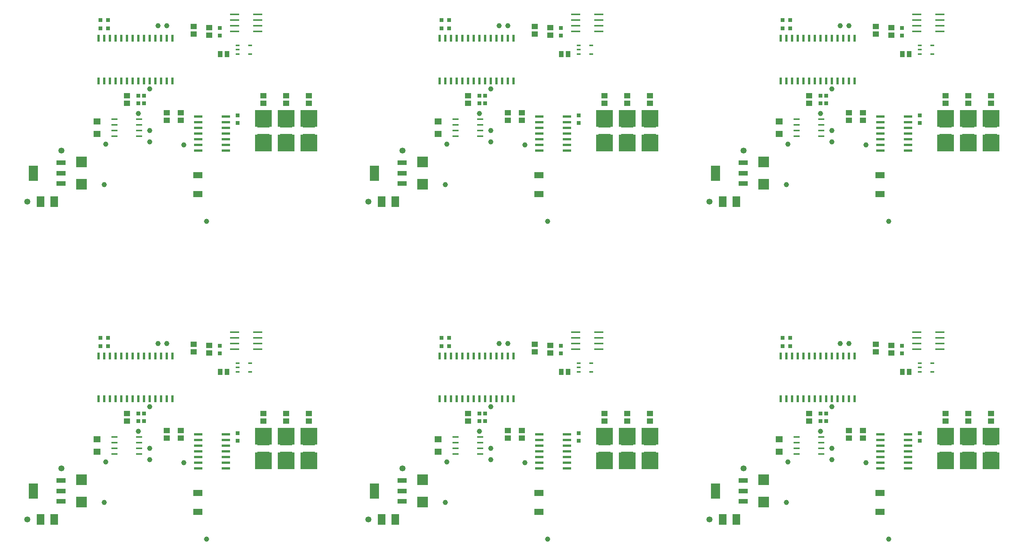
<source format=gbr>
%FSLAX23Y23*%
%MOIN*%
G04 EasyPC Gerber Version 14.0.2 Build 2922 *
%ADD94R,0.01959X0.06093*%
%ADD78R,0.03731X0.03337*%
%ADD90R,0.04000X0.05700*%
%ADD93R,0.03731X0.01762*%
%ADD85R,0.05306X0.01762*%
%ADD83R,0.08061X0.01762*%
%ADD84R,0.07400X0.02000*%
%ADD77R,0.03337X0.03731*%
%ADD86R,0.08200X0.04200*%
%ADD89R,0.05306X0.04518*%
%ADD79R,0.07077X0.09243*%
%ADD80R,0.06487X0.05699*%
%ADD82R,0.07983X0.05778*%
%ADD81R,0.09243X0.09439*%
%ADD88R,0.15148X0.15148*%
%ADD22C,0.00100*%
%ADD91C,0.04518*%
%ADD92C,0.05306*%
%ADD87R,0.08061X0.13573*%
X0Y0D02*
D02*
D22*
X2228Y1111D02*
X2330D01*
Y1170*
X2228*
Y1111*
G36*
X2330*
Y1170*
X2228*
Y1111*
G37*
Y1230D02*
X2330D01*
Y1289*
X2228*
Y1230*
G36*
X2330*
Y1289*
X2228*
Y1230*
G37*
Y3911D02*
X2330D01*
Y3970*
X2228*
Y3911*
G36*
X2330*
Y3970*
X2228*
Y3911*
G37*
Y4030D02*
X2330D01*
Y4089*
X2228*
Y4030*
G36*
X2330*
Y4089*
X2228*
Y4030*
G37*
X2428Y1111D02*
X2530D01*
Y1170*
X2428*
Y1111*
G36*
X2530*
Y1170*
X2428*
Y1111*
G37*
Y1230D02*
X2530D01*
Y1289*
X2428*
Y1230*
G36*
X2530*
Y1289*
X2428*
Y1230*
G37*
Y3911D02*
X2530D01*
Y3970*
X2428*
Y3911*
G36*
X2530*
Y3970*
X2428*
Y3911*
G37*
Y4030D02*
X2530D01*
Y4089*
X2428*
Y4030*
G36*
X2530*
Y4089*
X2428*
Y4030*
G37*
X2628Y1111D02*
X2730D01*
Y1170*
X2628*
Y1111*
G36*
X2730*
Y1170*
X2628*
Y1111*
G37*
Y1230D02*
X2730D01*
Y1289*
X2628*
Y1230*
G36*
X2730*
Y1289*
X2628*
Y1230*
G37*
Y3911D02*
X2730D01*
Y3970*
X2628*
Y3911*
G36*
X2730*
Y3970*
X2628*
Y3911*
G37*
Y4030D02*
X2730D01*
Y4089*
X2628*
Y4030*
G36*
X2730*
Y4089*
X2628*
Y4030*
G37*
X5228Y1111D02*
X5330D01*
Y1170*
X5228*
Y1111*
G36*
X5330*
Y1170*
X5228*
Y1111*
G37*
Y1230D02*
X5330D01*
Y1289*
X5228*
Y1230*
G36*
X5330*
Y1289*
X5228*
Y1230*
G37*
Y3911D02*
X5330D01*
Y3970*
X5228*
Y3911*
G36*
X5330*
Y3970*
X5228*
Y3911*
G37*
Y4030D02*
X5330D01*
Y4089*
X5228*
Y4030*
G36*
X5330*
Y4089*
X5228*
Y4030*
G37*
X5428Y1111D02*
X5530D01*
Y1170*
X5428*
Y1111*
G36*
X5530*
Y1170*
X5428*
Y1111*
G37*
Y1230D02*
X5530D01*
Y1289*
X5428*
Y1230*
G36*
X5530*
Y1289*
X5428*
Y1230*
G37*
Y3911D02*
X5530D01*
Y3970*
X5428*
Y3911*
G36*
X5530*
Y3970*
X5428*
Y3911*
G37*
Y4030D02*
X5530D01*
Y4089*
X5428*
Y4030*
G36*
X5530*
Y4089*
X5428*
Y4030*
G37*
X5628Y1111D02*
X5730D01*
Y1170*
X5628*
Y1111*
G36*
X5730*
Y1170*
X5628*
Y1111*
G37*
Y1230D02*
X5730D01*
Y1289*
X5628*
Y1230*
G36*
X5730*
Y1289*
X5628*
Y1230*
G37*
Y3911D02*
X5730D01*
Y3970*
X5628*
Y3911*
G36*
X5730*
Y3970*
X5628*
Y3911*
G37*
Y4030D02*
X5730D01*
Y4089*
X5628*
Y4030*
G36*
X5730*
Y4089*
X5628*
Y4030*
G37*
X8228Y1111D02*
X8330D01*
Y1170*
X8228*
Y1111*
G36*
X8330*
Y1170*
X8228*
Y1111*
G37*
Y1230D02*
X8330D01*
Y1289*
X8228*
Y1230*
G36*
X8330*
Y1289*
X8228*
Y1230*
G37*
Y3911D02*
X8330D01*
Y3970*
X8228*
Y3911*
G36*
X8330*
Y3970*
X8228*
Y3911*
G37*
Y4030D02*
X8330D01*
Y4089*
X8228*
Y4030*
G36*
X8330*
Y4089*
X8228*
Y4030*
G37*
X8428Y1111D02*
X8530D01*
Y1170*
X8428*
Y1111*
G36*
X8530*
Y1170*
X8428*
Y1111*
G37*
Y1230D02*
X8530D01*
Y1289*
X8428*
Y1230*
G36*
X8530*
Y1289*
X8428*
Y1230*
G37*
Y3911D02*
X8530D01*
Y3970*
X8428*
Y3911*
G36*
X8530*
Y3970*
X8428*
Y3911*
G37*
Y4030D02*
X8530D01*
Y4089*
X8428*
Y4030*
G36*
X8530*
Y4089*
X8428*
Y4030*
G37*
X8628Y1111D02*
X8730D01*
Y1170*
X8628*
Y1111*
G36*
X8730*
Y1170*
X8628*
Y1111*
G37*
Y1230D02*
X8730D01*
Y1289*
X8628*
Y1230*
G36*
X8730*
Y1289*
X8628*
Y1230*
G37*
Y3911D02*
X8730D01*
Y3970*
X8628*
Y3911*
G36*
X8730*
Y3970*
X8628*
Y3911*
G37*
Y4030D02*
X8730D01*
Y4089*
X8628*
Y4030*
G36*
X8730*
Y4089*
X8628*
Y4030*
G37*
D02*
D77*
X1179Y1442D03*
Y1508D03*
Y4242D03*
Y4308D03*
X1229Y1442D03*
Y1508D03*
Y4242D03*
Y4308D03*
X1895Y2037D03*
Y2104D03*
Y4837D03*
Y4904D03*
X2054Y1267D03*
Y1333D03*
Y4067D03*
Y4133D03*
X4179Y1442D03*
Y1508D03*
Y4242D03*
Y4308D03*
X4229Y1442D03*
Y1508D03*
Y4242D03*
Y4308D03*
X4895Y2037D03*
Y2104D03*
Y4837D03*
Y4904D03*
X5054Y1267D03*
Y1333D03*
Y4067D03*
Y4133D03*
X7179Y1442D03*
Y1508D03*
Y4242D03*
Y4308D03*
X7229Y1442D03*
Y1508D03*
Y4242D03*
Y4308D03*
X7895Y2037D03*
Y2104D03*
Y4837D03*
Y4904D03*
X8054Y1267D03*
Y1333D03*
Y4067D03*
Y4133D03*
D02*
D78*
X845Y2100D03*
Y2175D03*
Y4900D03*
Y4975D03*
X912Y2100D03*
Y2175D03*
Y4900D03*
Y4975D03*
X3845Y2100D03*
Y2175D03*
Y4900D03*
Y4975D03*
X3912Y2100D03*
Y2175D03*
Y4900D03*
Y4975D03*
X6845Y2100D03*
Y2175D03*
Y4900D03*
Y4975D03*
X6912Y2100D03*
Y2175D03*
Y4900D03*
Y4975D03*
D02*
D79*
X319Y575D03*
Y3375D03*
X439Y575D03*
Y3375D03*
X3319Y575D03*
Y3375D03*
X3439Y575D03*
Y3375D03*
X6319Y575D03*
Y3375D03*
X6439Y575D03*
Y3375D03*
D02*
D80*
X816Y1170D03*
Y1280D03*
Y3970D03*
Y4080D03*
X3816Y1170D03*
Y1280D03*
Y3970D03*
Y4080D03*
X6816Y1170D03*
Y1280D03*
Y3970D03*
Y4080D03*
D02*
D81*
X679Y726D03*
Y924D03*
Y3526D03*
Y3724D03*
X3679Y726D03*
Y924D03*
Y3526D03*
Y3724D03*
X6679Y726D03*
Y924D03*
Y3526D03*
Y3724D03*
D02*
D82*
X1704Y642D03*
Y808D03*
Y3442D03*
Y3608D03*
X4704Y642D03*
Y808D03*
Y3442D03*
Y3608D03*
X7704Y642D03*
Y808D03*
Y3442D03*
Y3608D03*
D02*
D83*
X2026Y2075D03*
Y2125D03*
Y2175D03*
Y2225D03*
Y4875D03*
Y4925D03*
Y4975D03*
Y5025D03*
X2231Y2075D03*
Y2125D03*
Y2175D03*
Y2225D03*
Y4875D03*
Y4925D03*
Y4975D03*
Y5025D03*
X5026Y2075D03*
Y2125D03*
Y2175D03*
Y2225D03*
Y4875D03*
Y4925D03*
Y4975D03*
Y5025D03*
X5231Y2075D03*
Y2125D03*
Y2175D03*
Y2225D03*
Y4875D03*
Y4925D03*
Y4975D03*
Y5025D03*
X8026Y2075D03*
Y2125D03*
Y2175D03*
Y2225D03*
Y4875D03*
Y4925D03*
Y4975D03*
Y5025D03*
X8231Y2075D03*
Y2125D03*
Y2175D03*
Y2225D03*
Y4875D03*
Y4925D03*
Y4975D03*
Y5025D03*
D02*
D84*
X1708Y1025D03*
Y1075D03*
Y1125D03*
Y1175D03*
Y1225D03*
Y1275D03*
Y1325D03*
Y3825D03*
Y3875D03*
Y3925D03*
Y3975D03*
Y4025D03*
Y4075D03*
Y4125D03*
X1950Y1025D03*
Y1075D03*
Y1125D03*
Y1175D03*
Y1225D03*
Y1275D03*
Y1325D03*
Y3825D03*
Y3875D03*
Y3925D03*
Y3975D03*
Y4025D03*
Y4075D03*
Y4125D03*
X4708Y1025D03*
Y1075D03*
Y1125D03*
Y1175D03*
Y1225D03*
Y1275D03*
Y1325D03*
Y3825D03*
Y3875D03*
Y3925D03*
Y3975D03*
Y4025D03*
Y4075D03*
Y4125D03*
X4950Y1025D03*
Y1075D03*
Y1125D03*
Y1175D03*
Y1225D03*
Y1275D03*
Y1325D03*
Y3825D03*
Y3875D03*
Y3925D03*
Y3975D03*
Y4025D03*
Y4075D03*
Y4125D03*
X7708Y1025D03*
Y1075D03*
Y1125D03*
Y1175D03*
Y1225D03*
Y1275D03*
Y1325D03*
Y3825D03*
Y3875D03*
Y3925D03*
Y3975D03*
Y4025D03*
Y4075D03*
Y4125D03*
X7950Y1025D03*
Y1075D03*
Y1125D03*
Y1175D03*
Y1225D03*
Y1275D03*
Y1325D03*
Y3825D03*
Y3875D03*
Y3925D03*
Y3975D03*
Y4025D03*
Y4075D03*
Y4125D03*
D02*
D85*
X970Y1150D03*
Y1200D03*
Y1250D03*
Y1300D03*
Y3950D03*
Y4000D03*
Y4050D03*
Y4100D03*
X1187Y1150D03*
Y1200D03*
Y1250D03*
Y1300D03*
Y3950D03*
Y4000D03*
Y4050D03*
Y4100D03*
X3970Y1150D03*
Y1200D03*
Y1250D03*
Y1300D03*
Y3950D03*
Y4000D03*
Y4050D03*
Y4100D03*
X4187Y1150D03*
Y1200D03*
Y1250D03*
Y1300D03*
Y3950D03*
Y4000D03*
Y4050D03*
Y4100D03*
X6970Y1150D03*
Y1200D03*
Y1250D03*
Y1300D03*
Y3950D03*
Y4000D03*
Y4050D03*
Y4100D03*
X7187Y1150D03*
Y1200D03*
Y1250D03*
Y1300D03*
Y3950D03*
Y4000D03*
Y4050D03*
Y4100D03*
D02*
D86*
X501Y734D03*
Y825D03*
Y916D03*
Y3534D03*
Y3625D03*
Y3716D03*
X3501Y734D03*
Y825D03*
Y916D03*
Y3534D03*
Y3625D03*
Y3716D03*
X6501Y734D03*
Y825D03*
Y916D03*
Y3534D03*
Y3625D03*
Y3716D03*
D02*
D87*
X257Y825D03*
Y3625D03*
X3257Y825D03*
Y3625D03*
X6257Y825D03*
Y3625D03*
D02*
D88*
X2279Y1092D03*
Y1308D03*
Y3892D03*
Y4108D03*
X2479Y1092D03*
Y1308D03*
Y3892D03*
Y4108D03*
X2679Y1092D03*
Y1308D03*
Y3892D03*
Y4108D03*
X5279Y1092D03*
Y1308D03*
Y3892D03*
Y4108D03*
X5479Y1092D03*
Y1308D03*
Y3892D03*
Y4108D03*
X5679Y1092D03*
Y1308D03*
Y3892D03*
Y4108D03*
X8279Y1092D03*
Y1308D03*
Y3892D03*
Y4108D03*
X8479Y1092D03*
Y1308D03*
Y3892D03*
Y4108D03*
X8679Y1092D03*
Y1308D03*
Y3892D03*
Y4108D03*
D02*
D89*
X1079Y1442D03*
Y1508D03*
Y4242D03*
Y4308D03*
X1429Y1292D03*
Y1358D03*
Y4092D03*
Y4158D03*
X1554Y1292D03*
Y1358D03*
Y4092D03*
Y4158D03*
X1668Y2050D03*
Y2116D03*
Y4850D03*
Y4916D03*
X1804Y2042D03*
Y2108D03*
Y4842D03*
Y4908D03*
X2279Y1442D03*
Y1508D03*
Y4242D03*
Y4308D03*
X2479Y1442D03*
Y1508D03*
Y4242D03*
Y4308D03*
X2679Y1442D03*
Y1508D03*
Y4242D03*
Y4308D03*
X4079Y1442D03*
Y1508D03*
Y4242D03*
Y4308D03*
X4429Y1292D03*
Y1358D03*
Y4092D03*
Y4158D03*
X4554Y1292D03*
Y1358D03*
Y4092D03*
Y4158D03*
X4668Y2050D03*
Y2116D03*
Y4850D03*
Y4916D03*
X4804Y2042D03*
Y2108D03*
Y4842D03*
Y4908D03*
X5279Y1442D03*
Y1508D03*
Y4242D03*
Y4308D03*
X5479Y1442D03*
Y1508D03*
Y4242D03*
Y4308D03*
X5679Y1442D03*
Y1508D03*
Y4242D03*
Y4308D03*
X7079Y1442D03*
Y1508D03*
Y4242D03*
Y4308D03*
X7429Y1292D03*
Y1358D03*
Y4092D03*
Y4158D03*
X7554Y1292D03*
Y1358D03*
Y4092D03*
Y4158D03*
X7668Y2050D03*
Y2116D03*
Y4850D03*
Y4916D03*
X7804Y2042D03*
Y2108D03*
Y4842D03*
Y4908D03*
X8279Y1442D03*
Y1508D03*
Y4242D03*
Y4308D03*
X8479Y1442D03*
Y1508D03*
Y4242D03*
Y4308D03*
X8679Y1442D03*
Y1508D03*
Y4242D03*
Y4308D03*
D02*
D90*
X1899Y1875D03*
Y4675D03*
X1959Y1875D03*
Y4675D03*
X4899Y1875D03*
Y4675D03*
X4959Y1875D03*
Y4675D03*
X7899Y1875D03*
Y4675D03*
X7959Y1875D03*
Y4675D03*
D02*
D91*
X879Y725D03*
Y3525D03*
X892Y1082D03*
Y3882D03*
X1179Y1350D03*
Y4150D03*
X1279Y1100D03*
Y1200D03*
Y1567D03*
Y3900D03*
Y4000D03*
Y4367D03*
X1354Y2125D03*
Y4925D03*
X1429Y2125D03*
Y4925D03*
X1579Y1075D03*
Y3875D03*
X1779Y400D03*
Y3200D03*
X3879Y725D03*
Y3525D03*
X3892Y1082D03*
Y3882D03*
X4179Y1350D03*
Y4150D03*
X4279Y1100D03*
Y1200D03*
Y1567D03*
Y3900D03*
Y4000D03*
Y4367D03*
X4354Y2125D03*
Y4925D03*
X4429Y2125D03*
Y4925D03*
X4579Y1075D03*
Y3875D03*
X4779Y400D03*
Y3200D03*
X6879Y725D03*
Y3525D03*
X6892Y1082D03*
Y3882D03*
X7179Y1350D03*
Y4150D03*
X7279Y1100D03*
Y1200D03*
Y1567D03*
Y3900D03*
Y4000D03*
Y4367D03*
X7354Y2125D03*
Y4925D03*
X7429Y2125D03*
Y4925D03*
X7579Y1075D03*
Y3875D03*
X7779Y400D03*
Y3200D03*
D02*
D92*
X204Y575D03*
Y3375D03*
X504Y1025D03*
Y3825D03*
X3204Y575D03*
Y3375D03*
X3504Y1025D03*
Y3825D03*
X6204Y575D03*
Y3375D03*
X6504Y1025D03*
Y3825D03*
D02*
D93*
X2054Y1875D03*
Y1913D03*
Y1950D03*
Y4675D03*
Y4713D03*
Y4750D03*
X2164Y1875D03*
Y1950D03*
Y4675D03*
Y4750D03*
X5054Y1875D03*
Y1913D03*
Y1950D03*
Y4675D03*
Y4713D03*
Y4750D03*
X5164Y1875D03*
Y1950D03*
Y4675D03*
Y4750D03*
X8054Y1875D03*
Y1913D03*
Y1950D03*
Y4675D03*
Y4713D03*
Y4750D03*
X8164Y1875D03*
Y1950D03*
Y4675D03*
Y4750D03*
D02*
D94*
X829Y1637D03*
Y2013D03*
Y4437D03*
Y4813D03*
X879Y1637D03*
Y2013D03*
Y4437D03*
Y4813D03*
X929Y1637D03*
Y2013D03*
Y4437D03*
Y4813D03*
X979Y1637D03*
Y2013D03*
Y4437D03*
Y4813D03*
X1029Y1637D03*
Y2013D03*
Y4437D03*
Y4813D03*
X1079Y1637D03*
Y2013D03*
Y4437D03*
Y4813D03*
X1129Y1637D03*
Y2013D03*
Y4437D03*
Y4813D03*
X1179Y1637D03*
Y2013D03*
Y4437D03*
Y4813D03*
X1229Y1637D03*
Y2013D03*
Y4437D03*
Y4813D03*
X1279Y1637D03*
Y2013D03*
Y4437D03*
Y4813D03*
X1329Y1637D03*
Y2013D03*
Y4437D03*
Y4813D03*
X1379Y1637D03*
Y2013D03*
Y4437D03*
Y4813D03*
X1429Y1637D03*
Y2013D03*
Y4437D03*
Y4813D03*
X1479Y1637D03*
Y2013D03*
Y4437D03*
Y4813D03*
X3829Y1637D03*
Y2013D03*
Y4437D03*
Y4813D03*
X3879Y1637D03*
Y2013D03*
Y4437D03*
Y4813D03*
X3929Y1637D03*
Y2013D03*
Y4437D03*
Y4813D03*
X3979Y1637D03*
Y2013D03*
Y4437D03*
Y4813D03*
X4029Y1637D03*
Y2013D03*
Y4437D03*
Y4813D03*
X4079Y1637D03*
Y2013D03*
Y4437D03*
Y4813D03*
X4129Y1637D03*
Y2013D03*
Y4437D03*
Y4813D03*
X4179Y1637D03*
Y2013D03*
Y4437D03*
Y4813D03*
X4229Y1637D03*
Y2013D03*
Y4437D03*
Y4813D03*
X4279Y1637D03*
Y2013D03*
Y4437D03*
Y4813D03*
X4329Y1637D03*
Y2013D03*
Y4437D03*
Y4813D03*
X4379Y1637D03*
Y2013D03*
Y4437D03*
Y4813D03*
X4429Y1637D03*
Y2013D03*
Y4437D03*
Y4813D03*
X4479Y1637D03*
Y2013D03*
Y4437D03*
Y4813D03*
X6829Y1637D03*
Y2013D03*
Y4437D03*
Y4813D03*
X6879Y1637D03*
Y2013D03*
Y4437D03*
Y4813D03*
X6929Y1637D03*
Y2013D03*
Y4437D03*
Y4813D03*
X6979Y1637D03*
Y2013D03*
Y4437D03*
Y4813D03*
X7029Y1637D03*
Y2013D03*
Y4437D03*
Y4813D03*
X7079Y1637D03*
Y2013D03*
Y4437D03*
Y4813D03*
X7129Y1637D03*
Y2013D03*
Y4437D03*
Y4813D03*
X7179Y1637D03*
Y2013D03*
Y4437D03*
Y4813D03*
X7229Y1637D03*
Y2013D03*
Y4437D03*
Y4813D03*
X7279Y1637D03*
Y2013D03*
Y4437D03*
Y4813D03*
X7329Y1637D03*
Y2013D03*
Y4437D03*
Y4813D03*
X7379Y1637D03*
Y2013D03*
Y4437D03*
Y4813D03*
X7429Y1637D03*
Y2013D03*
Y4437D03*
Y4813D03*
X7479Y1637D03*
Y2013D03*
Y4437D03*
Y4813D03*
X0Y0D02*
M02*

</source>
